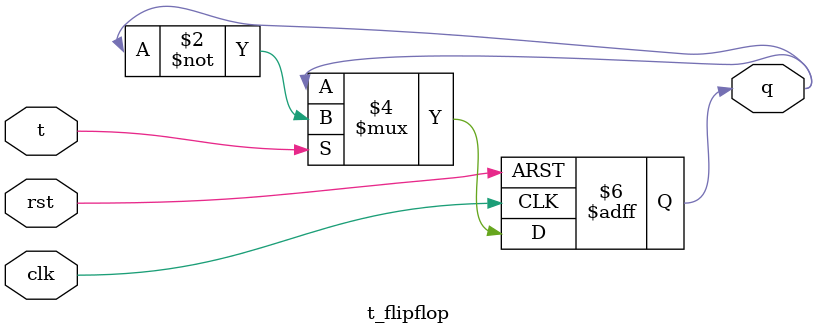
<source format=v>
module t_flipflop (
    input clk,
    input rst,
    input t,
    output reg q
);
always @(posedge clk or posedge rst)
begin
    if (rst)
        q <= 1'b0;          
    else if (t)
        q <= ~q;           
    else
        q <= q;             
end
endmodule

</source>
